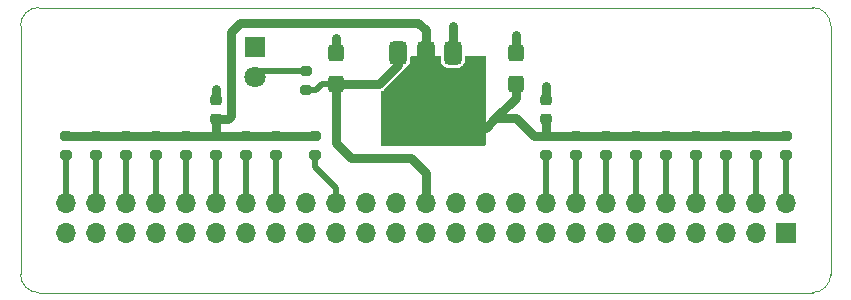
<source format=gbr>
%TF.GenerationSoftware,KiCad,Pcbnew,9.0.3-9.0.3-0~ubuntu22.04.1*%
%TF.CreationDate,2025-08-10T09:26:02-07:00*%
%TF.ProjectId,SCSI_terminator,53435349-5f74-4657-926d-696e61746f72,rev?*%
%TF.SameCoordinates,Original*%
%TF.FileFunction,Copper,L1,Top*%
%TF.FilePolarity,Positive*%
%FSLAX46Y46*%
G04 Gerber Fmt 4.6, Leading zero omitted, Abs format (unit mm)*
G04 Created by KiCad (PCBNEW 9.0.3-9.0.3-0~ubuntu22.04.1) date 2025-08-10 09:26:02*
%MOMM*%
%LPD*%
G01*
G04 APERTURE LIST*
G04 Aperture macros list*
%AMRoundRect*
0 Rectangle with rounded corners*
0 $1 Rounding radius*
0 $2 $3 $4 $5 $6 $7 $8 $9 X,Y pos of 4 corners*
0 Add a 4 corners polygon primitive as box body*
4,1,4,$2,$3,$4,$5,$6,$7,$8,$9,$2,$3,0*
0 Add four circle primitives for the rounded corners*
1,1,$1+$1,$2,$3*
1,1,$1+$1,$4,$5*
1,1,$1+$1,$6,$7*
1,1,$1+$1,$8,$9*
0 Add four rect primitives between the rounded corners*
20,1,$1+$1,$2,$3,$4,$5,0*
20,1,$1+$1,$4,$5,$6,$7,0*
20,1,$1+$1,$6,$7,$8,$9,0*
20,1,$1+$1,$8,$9,$2,$3,0*%
G04 Aperture macros list end*
%TA.AperFunction,ComponentPad*%
%ADD10R,1.700000X1.700000*%
%TD*%
%TA.AperFunction,ComponentPad*%
%ADD11O,1.700000X1.700000*%
%TD*%
%TA.AperFunction,ComponentPad*%
%ADD12R,1.800000X1.800000*%
%TD*%
%TA.AperFunction,ComponentPad*%
%ADD13C,1.800000*%
%TD*%
%TA.AperFunction,SMDPad,CuDef*%
%ADD14RoundRect,0.200000X0.275000X-0.200000X0.275000X0.200000X-0.275000X0.200000X-0.275000X-0.200000X0*%
%TD*%
%TA.AperFunction,SMDPad,CuDef*%
%ADD15RoundRect,0.375000X-0.375000X0.625000X-0.375000X-0.625000X0.375000X-0.625000X0.375000X0.625000X0*%
%TD*%
%TA.AperFunction,SMDPad,CuDef*%
%ADD16RoundRect,0.500000X-1.400000X0.500000X-1.400000X-0.500000X1.400000X-0.500000X1.400000X0.500000X0*%
%TD*%
%TA.AperFunction,SMDPad,CuDef*%
%ADD17RoundRect,0.250000X0.425000X-0.450000X0.425000X0.450000X-0.425000X0.450000X-0.425000X-0.450000X0*%
%TD*%
%TA.AperFunction,SMDPad,CuDef*%
%ADD18RoundRect,0.200000X-0.275000X0.200000X-0.275000X-0.200000X0.275000X-0.200000X0.275000X0.200000X0*%
%TD*%
%TA.AperFunction,SMDPad,CuDef*%
%ADD19RoundRect,0.225000X0.250000X-0.225000X0.250000X0.225000X-0.250000X0.225000X-0.250000X-0.225000X0*%
%TD*%
%TA.AperFunction,ViaPad*%
%ADD20C,0.600000*%
%TD*%
%TA.AperFunction,Conductor*%
%ADD21C,0.762000*%
%TD*%
%TA.AperFunction,Conductor*%
%ADD22C,0.508000*%
%TD*%
%TA.AperFunction,Conductor*%
%ADD23C,1.397000*%
%TD*%
%TA.AperFunction,Profile*%
%ADD24C,0.050000*%
%TD*%
G04 APERTURE END LIST*
D10*
%TO.P,J1,1,Pin_1*%
%TO.N,GND*%
X179324000Y-107442000D03*
D11*
%TO.P,J1,2,Pin_2*%
%TO.N,Net-(J1-Pin_2)*%
X179324000Y-104902000D03*
%TO.P,J1,3,Pin_3*%
%TO.N,GND*%
X176784000Y-107442000D03*
%TO.P,J1,4,Pin_4*%
%TO.N,Net-(J1-Pin_4)*%
X176784000Y-104902000D03*
%TO.P,J1,5,Pin_5*%
%TO.N,GND*%
X174244000Y-107442000D03*
%TO.P,J1,6,Pin_6*%
%TO.N,Net-(J1-Pin_6)*%
X174244000Y-104902000D03*
%TO.P,J1,7,Pin_7*%
%TO.N,GND*%
X171704000Y-107442000D03*
%TO.P,J1,8,Pin_8*%
%TO.N,Net-(J1-Pin_8)*%
X171704000Y-104902000D03*
%TO.P,J1,9,Pin_9*%
%TO.N,GND*%
X169164000Y-107442000D03*
%TO.P,J1,10,Pin_10*%
%TO.N,Net-(J1-Pin_10)*%
X169164000Y-104902000D03*
%TO.P,J1,11,Pin_11*%
%TO.N,GND*%
X166624000Y-107442000D03*
%TO.P,J1,12,Pin_12*%
%TO.N,Net-(J1-Pin_12)*%
X166624000Y-104902000D03*
%TO.P,J1,13,Pin_13*%
%TO.N,GND*%
X164084000Y-107442000D03*
%TO.P,J1,14,Pin_14*%
%TO.N,Net-(J1-Pin_14)*%
X164084000Y-104902000D03*
%TO.P,J1,15,Pin_15*%
%TO.N,GND*%
X161544000Y-107442000D03*
%TO.P,J1,16,Pin_16*%
%TO.N,Net-(J1-Pin_16)*%
X161544000Y-104902000D03*
%TO.P,J1,17,Pin_17*%
%TO.N,GND*%
X159004000Y-107442000D03*
%TO.P,J1,18,Pin_18*%
%TO.N,Net-(J1-Pin_18)*%
X159004000Y-104902000D03*
%TO.P,J1,19,Pin_19*%
%TO.N,GND*%
X156464000Y-107442000D03*
%TO.P,J1,20,Pin_20*%
X156464000Y-104902000D03*
%TO.P,J1,21,Pin_21*%
X153924000Y-107442000D03*
%TO.P,J1,22,Pin_22*%
X153924000Y-104902000D03*
%TO.P,J1,23,Pin_23*%
X151384000Y-107442000D03*
%TO.P,J1,24,Pin_24*%
X151384000Y-104902000D03*
%TO.P,J1,25,Pin_25*%
%TO.N,unconnected-(J1-Pin_25-Pad25)*%
X148844000Y-107442000D03*
%TO.P,J1,26,Pin_26*%
%TO.N,TRM_PWR*%
X148844000Y-104902000D03*
%TO.P,J1,27,Pin_27*%
%TO.N,GND*%
X146304000Y-107442000D03*
%TO.P,J1,28,Pin_28*%
X146304000Y-104902000D03*
%TO.P,J1,29,Pin_29*%
X143764000Y-107442000D03*
%TO.P,J1,30,Pin_30*%
X143764000Y-104902000D03*
%TO.P,J1,31,Pin_31*%
X141224000Y-107442000D03*
%TO.P,J1,32,Pin_32*%
%TO.N,Net-(J1-Pin_32)*%
X141224000Y-104902000D03*
%TO.P,J1,33,Pin_33*%
%TO.N,GND*%
X138684000Y-107442000D03*
%TO.P,J1,34,Pin_34*%
X138684000Y-104902000D03*
%TO.P,J1,35,Pin_35*%
X136144000Y-107442000D03*
%TO.P,J1,36,Pin_36*%
%TO.N,Net-(J1-Pin_36)*%
X136144000Y-104902000D03*
%TO.P,J1,37,Pin_37*%
%TO.N,GND*%
X133604000Y-107442000D03*
%TO.P,J1,38,Pin_38*%
%TO.N,Net-(J1-Pin_38)*%
X133604000Y-104902000D03*
%TO.P,J1,39,Pin_39*%
%TO.N,GND*%
X131064000Y-107442000D03*
%TO.P,J1,40,Pin_40*%
%TO.N,Net-(J1-Pin_40)*%
X131064000Y-104902000D03*
%TO.P,J1,41,Pin_41*%
%TO.N,GND*%
X128524000Y-107442000D03*
%TO.P,J1,42,Pin_42*%
%TO.N,Net-(J1-Pin_42)*%
X128524000Y-104902000D03*
%TO.P,J1,43,Pin_43*%
%TO.N,GND*%
X125984000Y-107442000D03*
%TO.P,J1,44,Pin_44*%
%TO.N,Net-(J1-Pin_44)*%
X125984000Y-104902000D03*
%TO.P,J1,45,Pin_45*%
%TO.N,GND*%
X123444000Y-107442000D03*
%TO.P,J1,46,Pin_46*%
%TO.N,Net-(J1-Pin_46)*%
X123444000Y-104902000D03*
%TO.P,J1,47,Pin_47*%
%TO.N,GND*%
X120904000Y-107442000D03*
%TO.P,J1,48,Pin_48*%
%TO.N,Net-(J1-Pin_48)*%
X120904000Y-104902000D03*
%TO.P,J1,49,Pin_49*%
%TO.N,GND*%
X118364000Y-107442000D03*
%TO.P,J1,50,Pin_50*%
%TO.N,Net-(J1-Pin_50)*%
X118364000Y-104902000D03*
%TD*%
D12*
%TO.P,D1,1,K*%
%TO.N,GND*%
X134366000Y-91694000D03*
D13*
%TO.P,D1,2,A*%
%TO.N,Net-(D1-A)*%
X134366000Y-94234000D03*
%TD*%
D14*
%TO.P,R6,1*%
%TO.N,Net-(J1-Pin_12)*%
X166624000Y-100901000D03*
%TO.P,R6,2*%
%TO.N,+2.85V*%
X166624000Y-99251000D03*
%TD*%
%TO.P,R17,1*%
%TO.N,Net-(J1-Pin_46)*%
X123444000Y-100901000D03*
%TO.P,R17,2*%
%TO.N,+2.85V*%
X123444000Y-99251000D03*
%TD*%
%TO.P,R7,1*%
%TO.N,Net-(J1-Pin_14)*%
X164084000Y-100901000D03*
%TO.P,R7,2*%
%TO.N,+2.85V*%
X164084000Y-99251000D03*
%TD*%
%TO.P,R1,1*%
%TO.N,Net-(J1-Pin_2)*%
X179324000Y-100901000D03*
%TO.P,R1,2*%
%TO.N,+2.85V*%
X179324000Y-99251000D03*
%TD*%
%TO.P,R8,1*%
%TO.N,Net-(J1-Pin_16)*%
X161544000Y-100901000D03*
%TO.P,R8,2*%
%TO.N,+2.85V*%
X161544000Y-99251000D03*
%TD*%
D15*
%TO.P,U1,1,GND*%
%TO.N,GND*%
X151144000Y-92252000D03*
%TO.P,U1,2,VO*%
%TO.N,+2.85V*%
X148844000Y-92252000D03*
D16*
X148844000Y-98552000D03*
D15*
%TO.P,U1,3,VI*%
%TO.N,TRM_PWR*%
X146544000Y-92252000D03*
%TD*%
D14*
%TO.P,R16,1*%
%TO.N,Net-(J1-Pin_44)*%
X125984000Y-100901000D03*
%TO.P,R16,2*%
%TO.N,+2.85V*%
X125984000Y-99251000D03*
%TD*%
%TO.P,R14,1*%
%TO.N,Net-(J1-Pin_40)*%
X131064000Y-100901000D03*
%TO.P,R14,2*%
%TO.N,+2.85V*%
X131064000Y-99251000D03*
%TD*%
%TO.P,R18,1*%
%TO.N,Net-(J1-Pin_48)*%
X120904000Y-100901000D03*
%TO.P,R18,2*%
%TO.N,+2.85V*%
X120904000Y-99251000D03*
%TD*%
D17*
%TO.P,C2,1*%
%TO.N,+2.85V*%
X156464000Y-94902000D03*
%TO.P,C2,2*%
%TO.N,GND*%
X156464000Y-92202000D03*
%TD*%
D18*
%TO.P,R10,1*%
%TO.N,Net-(D1-A)*%
X138684000Y-93726000D03*
%TO.P,R10,2*%
%TO.N,TRM_PWR*%
X138684000Y-95376000D03*
%TD*%
D14*
%TO.P,R12,1*%
%TO.N,Net-(J1-Pin_36)*%
X136144000Y-100901000D03*
%TO.P,R12,2*%
%TO.N,+2.85V*%
X136144000Y-99251000D03*
%TD*%
D19*
%TO.P,C4,1*%
%TO.N,+2.85V*%
X159004000Y-97790000D03*
%TO.P,C4,2*%
%TO.N,GND*%
X159004000Y-96240000D03*
%TD*%
D14*
%TO.P,R3,1*%
%TO.N,Net-(J1-Pin_6)*%
X174244000Y-100901000D03*
%TO.P,R3,2*%
%TO.N,+2.85V*%
X174244000Y-99251000D03*
%TD*%
%TO.P,R19,1*%
%TO.N,Net-(J1-Pin_50)*%
X118364000Y-100901000D03*
%TO.P,R19,2*%
%TO.N,+2.85V*%
X118364000Y-99251000D03*
%TD*%
%TO.P,R9,1*%
%TO.N,Net-(J1-Pin_18)*%
X159004000Y-100901000D03*
%TO.P,R9,2*%
%TO.N,+2.85V*%
X159004000Y-99251000D03*
%TD*%
%TO.P,R15,1*%
%TO.N,Net-(J1-Pin_42)*%
X128524000Y-100901000D03*
%TO.P,R15,2*%
%TO.N,+2.85V*%
X128524000Y-99251000D03*
%TD*%
%TO.P,R13,1*%
%TO.N,Net-(J1-Pin_38)*%
X133604000Y-100901000D03*
%TO.P,R13,2*%
%TO.N,+2.85V*%
X133604000Y-99251000D03*
%TD*%
%TO.P,R4,1*%
%TO.N,Net-(J1-Pin_8)*%
X171704000Y-100901000D03*
%TO.P,R4,2*%
%TO.N,+2.85V*%
X171704000Y-99251000D03*
%TD*%
%TO.P,R5,1*%
%TO.N,Net-(J1-Pin_10)*%
X169164000Y-100901000D03*
%TO.P,R5,2*%
%TO.N,+2.85V*%
X169164000Y-99251000D03*
%TD*%
D17*
%TO.P,C1,1*%
%TO.N,TRM_PWR*%
X141224000Y-94902000D03*
%TO.P,C1,2*%
%TO.N,GND*%
X141224000Y-92202000D03*
%TD*%
D14*
%TO.P,R2,1*%
%TO.N,Net-(J1-Pin_4)*%
X176784000Y-100901000D03*
%TO.P,R2,2*%
%TO.N,+2.85V*%
X176784000Y-99251000D03*
%TD*%
%TO.P,R11,1*%
%TO.N,Net-(J1-Pin_32)*%
X139446000Y-100901000D03*
%TO.P,R11,2*%
%TO.N,+2.85V*%
X139446000Y-99251000D03*
%TD*%
D19*
%TO.P,C3,1*%
%TO.N,+2.85V*%
X131064000Y-97790000D03*
%TO.P,C3,2*%
%TO.N,GND*%
X131064000Y-96240000D03*
%TD*%
D20*
%TO.N,GND*%
X159004000Y-94996000D03*
X156464000Y-90678000D03*
X141224000Y-90932000D03*
X151130000Y-89916000D03*
X131064000Y-95250000D03*
%TD*%
D21*
%TO.N,+2.85V*%
X120904000Y-99251000D02*
X118364000Y-99251000D01*
X123444000Y-99251000D02*
X120904000Y-99251000D01*
X125984000Y-99251000D02*
X123444000Y-99251000D01*
X128524000Y-99251000D02*
X125984000Y-99251000D01*
X131064000Y-99251000D02*
X128524000Y-99251000D01*
X136144000Y-99251000D02*
X139446000Y-99251000D01*
X133604000Y-99251000D02*
X136144000Y-99251000D01*
X131064000Y-99251000D02*
X133604000Y-99251000D01*
X131064000Y-99251000D02*
X131064000Y-97790000D01*
X148844000Y-92252000D02*
X148844000Y-90297000D01*
X148844000Y-90297000D02*
X148209000Y-89662000D01*
X132334000Y-97536000D02*
X132080000Y-97790000D01*
X148209000Y-89662000D02*
X133096000Y-89662000D01*
X133096000Y-89662000D02*
X132334000Y-90424000D01*
X132334000Y-90424000D02*
X132334000Y-97536000D01*
X132080000Y-97790000D02*
X131064000Y-97790000D01*
X159004000Y-97790000D02*
X159004000Y-99251000D01*
X176784000Y-99251000D02*
X179324000Y-99251000D01*
X174244000Y-99251000D02*
X176784000Y-99251000D01*
X171704000Y-99251000D02*
X174244000Y-99251000D01*
X169164000Y-99251000D02*
X171704000Y-99251000D01*
X166624000Y-99251000D02*
X169164000Y-99251000D01*
X164084000Y-99251000D02*
X166624000Y-99251000D01*
X161544000Y-99251000D02*
X164084000Y-99251000D01*
X159004000Y-99251000D02*
X161544000Y-99251000D01*
X156464000Y-97727000D02*
X157988000Y-99251000D01*
X157988000Y-99251000D02*
X159004000Y-99251000D01*
D22*
%TO.N,Net-(J1-Pin_2)*%
X179324000Y-100901000D02*
X179324000Y-104902000D01*
%TO.N,Net-(J1-Pin_4)*%
X176784000Y-100901000D02*
X176784000Y-104902000D01*
%TO.N,Net-(J1-Pin_6)*%
X174244000Y-100901000D02*
X174244000Y-104902000D01*
%TO.N,Net-(J1-Pin_8)*%
X171704000Y-100901000D02*
X171704000Y-104902000D01*
%TO.N,Net-(J1-Pin_10)*%
X169164000Y-100901000D02*
X169164000Y-104902000D01*
%TO.N,Net-(J1-Pin_12)*%
X166624000Y-100901000D02*
X166624000Y-104902000D01*
%TO.N,Net-(J1-Pin_14)*%
X164084000Y-100901000D02*
X164084000Y-104902000D01*
%TO.N,Net-(J1-Pin_16)*%
X161544000Y-100901000D02*
X161544000Y-104902000D01*
%TO.N,Net-(J1-Pin_18)*%
X159004000Y-100901000D02*
X159004000Y-104902000D01*
%TO.N,Net-(J1-Pin_50)*%
X118364000Y-100901000D02*
X118364000Y-104902000D01*
%TO.N,Net-(J1-Pin_48)*%
X120904000Y-100901000D02*
X120904000Y-104902000D01*
%TO.N,Net-(J1-Pin_46)*%
X123444000Y-100901000D02*
X123444000Y-104902000D01*
%TO.N,Net-(J1-Pin_44)*%
X125984000Y-100901000D02*
X125984000Y-104902000D01*
%TO.N,Net-(J1-Pin_42)*%
X128524000Y-100901000D02*
X128524000Y-104902000D01*
%TO.N,Net-(J1-Pin_40)*%
X131064000Y-100901000D02*
X131064000Y-104902000D01*
%TO.N,Net-(J1-Pin_38)*%
X133604000Y-100901000D02*
X133604000Y-104902000D01*
%TO.N,Net-(J1-Pin_36)*%
X136144000Y-100901000D02*
X136144000Y-104902000D01*
%TO.N,Net-(J1-Pin_32)*%
X139446000Y-101854000D02*
X141224000Y-103632000D01*
X139446000Y-100901000D02*
X139446000Y-101854000D01*
X141224000Y-103632000D02*
X141224000Y-104902000D01*
D21*
%TO.N,TRM_PWR*%
X148844000Y-102362000D02*
X148844000Y-104902000D01*
D22*
%TO.N,Net-(D1-A)*%
X138684000Y-93726000D02*
X134874000Y-93726000D01*
X134874000Y-93726000D02*
X134366000Y-94234000D01*
%TO.N,TRM_PWR*%
X138684000Y-95376000D02*
X139574000Y-95376000D01*
X139574000Y-95376000D02*
X140048000Y-94902000D01*
X140048000Y-94902000D02*
X141224000Y-94902000D01*
D21*
%TO.N,GND*%
X159004000Y-96240000D02*
X159004000Y-94996000D01*
X156464000Y-92202000D02*
X156464000Y-90678000D01*
%TO.N,+2.85V*%
X156464000Y-94902000D02*
X156464000Y-96012000D01*
X156464000Y-96012000D02*
X154749000Y-97727000D01*
%TO.N,GND*%
X141224000Y-90932000D02*
X141224000Y-92202000D01*
X151144000Y-92252000D02*
X151144000Y-89930000D01*
X151144000Y-89930000D02*
X151130000Y-89916000D01*
D23*
%TO.N,+2.85V*%
X148844000Y-98552000D02*
X148844000Y-92252000D01*
D22*
%TO.N,TRM_PWR*%
X146544000Y-92252000D02*
X146544000Y-93232000D01*
D21*
X146544000Y-93232000D02*
X144874000Y-94902000D01*
X144874000Y-94902000D02*
X141224000Y-94902000D01*
X148844000Y-102362000D02*
X147574000Y-101092000D01*
X147574000Y-101092000D02*
X142494000Y-101092000D01*
X142494000Y-101092000D02*
X141224000Y-99822000D01*
X141224000Y-99822000D02*
X141224000Y-94902000D01*
%TO.N,+2.85V*%
X154749000Y-97727000D02*
X153924000Y-98552000D01*
X156464000Y-97727000D02*
X154749000Y-97727000D01*
X153924000Y-98552000D02*
X148844000Y-98552000D01*
%TO.N,GND*%
X131064000Y-96240000D02*
X131064000Y-95250000D01*
%TD*%
%TA.AperFunction,Conductor*%
%TO.N,+2.85V*%
G36*
X150092797Y-92477638D02*
G01*
X150133956Y-92534288D01*
X150139501Y-92569300D01*
X150139501Y-92940562D01*
X150142309Y-92976260D01*
X150186680Y-93128990D01*
X150201995Y-93154885D01*
X150267644Y-93265891D01*
X150267646Y-93265893D01*
X150267648Y-93265896D01*
X150380103Y-93378351D01*
X150380106Y-93378353D01*
X150380109Y-93378356D01*
X150517008Y-93459318D01*
X150669742Y-93503691D01*
X150705433Y-93506500D01*
X151582566Y-93506499D01*
X151618258Y-93503691D01*
X151694625Y-93481504D01*
X151770990Y-93459319D01*
X151770992Y-93459318D01*
X151907891Y-93378356D01*
X152020356Y-93265891D01*
X152101318Y-93128992D01*
X152145691Y-92976258D01*
X152148500Y-92940567D01*
X152148500Y-92569300D01*
X152170138Y-92502704D01*
X152226788Y-92461545D01*
X152261800Y-92456000D01*
X153810700Y-92456000D01*
X153877296Y-92477638D01*
X153918455Y-92534288D01*
X153924000Y-92569300D01*
X153924000Y-99962700D01*
X153902362Y-100029296D01*
X153845712Y-100070455D01*
X153810700Y-100076000D01*
X145147300Y-100076000D01*
X145080704Y-100054362D01*
X145039545Y-99997712D01*
X145034000Y-99962700D01*
X145034000Y-95599291D01*
X145055638Y-95532695D01*
X145103941Y-95494615D01*
X145175022Y-95465173D01*
X145175025Y-95465170D01*
X145175027Y-95465170D01*
X145227065Y-95430399D01*
X145279108Y-95395625D01*
X147037625Y-93637108D01*
X147107173Y-93533021D01*
X147112868Y-93519269D01*
X147158340Y-93466025D01*
X147169105Y-93460433D01*
X147170988Y-93459318D01*
X147170992Y-93459318D01*
X147307891Y-93378356D01*
X147420356Y-93265891D01*
X147501318Y-93128992D01*
X147545691Y-92976258D01*
X147548500Y-92940567D01*
X147548500Y-92569300D01*
X147570138Y-92502704D01*
X147626788Y-92461545D01*
X147661800Y-92456000D01*
X150026201Y-92456000D01*
X150092797Y-92477638D01*
G37*
%TD.AperFunction*%
%TD*%
D24*
X114549296Y-89918700D02*
X114551226Y-110986711D01*
X181599771Y-112525756D02*
X116138760Y-112522000D01*
X183134000Y-89916000D02*
X183133789Y-111001756D01*
X116073296Y-88394667D02*
X181610000Y-88392000D01*
X114549296Y-89918667D02*
G75*
G02*
X116073296Y-88394667I1523999J1D01*
G01*
X116075226Y-112523326D02*
G75*
G02*
X114551226Y-110999326I-1J1523999D01*
G01*
X183133789Y-111001756D02*
G75*
G02*
X181609789Y-112525756I-1523999J-1D01*
G01*
X181610000Y-88392000D02*
G75*
G02*
X183134000Y-89916000I0J-1524000D01*
G01*
M02*

</source>
